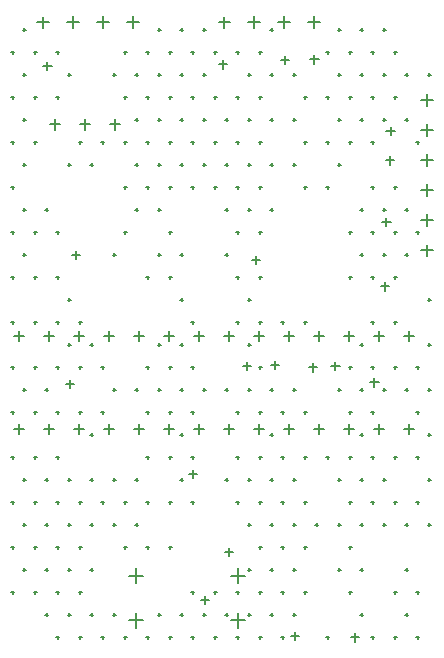
<source format=gbr>
G04*
G04 #@! TF.GenerationSoftware,Altium Limited,Altium Designer,25.3.3 (18)*
G04*
G04 Layer_Color=128*
%FSLAX25Y25*%
%MOIN*%
G70*
G04*
G04 #@! TF.SameCoordinates,2E22F27B-A00B-49EA-A22F-E70647FCC6C8*
G04*
G04*
G04 #@! TF.FilePolarity,Positive*
G04*
G01*
G75*
%ADD14C,0.00500*%
D14*
X331000Y274000D02*
X335000D01*
X333000Y272000D02*
Y276000D01*
X331000Y264000D02*
X335000D01*
X333000Y262000D02*
Y266000D01*
X331000Y254000D02*
X335000D01*
X333000Y252000D02*
Y256000D01*
X331000Y244000D02*
X335000D01*
X333000Y242000D02*
Y246000D01*
X331100Y234000D02*
X334900D01*
X333000Y232100D02*
Y235900D01*
X331000Y284000D02*
X335000D01*
X333000Y282000D02*
Y286000D01*
X325366Y205500D02*
X328634D01*
X327000Y203866D02*
Y207134D01*
X315366Y205500D02*
X318634D01*
X317000Y203866D02*
Y207134D01*
X305366Y205500D02*
X308634D01*
X307000Y203866D02*
Y207134D01*
X295366Y205500D02*
X298634D01*
X297000Y203866D02*
Y207134D01*
X285366Y205500D02*
X288634D01*
X287000Y203866D02*
Y207134D01*
X275366Y205500D02*
X278634D01*
X277000Y203866D02*
Y207134D01*
X265366Y205500D02*
X268634D01*
X267000Y203866D02*
Y207134D01*
X255366Y205500D02*
X258634D01*
X257000Y203866D02*
Y207134D01*
X245366Y205500D02*
X248634D01*
X247000Y203866D02*
Y207134D01*
X235366Y205500D02*
X238634D01*
X237000Y203866D02*
Y207134D01*
X225366Y205500D02*
X228634D01*
X227000Y203866D02*
Y207134D01*
X215366Y205500D02*
X218634D01*
X217000Y203866D02*
Y207134D01*
X205366Y205500D02*
X208634D01*
X207000Y203866D02*
Y207134D01*
X195366Y205500D02*
X198634D01*
X197000Y203866D02*
Y207134D01*
X195366Y174500D02*
X198634D01*
X197000Y172866D02*
Y176134D01*
X205366Y174500D02*
X208634D01*
X207000Y172866D02*
Y176134D01*
X215366Y174500D02*
X218634D01*
X217000Y172866D02*
Y176134D01*
X225366Y174500D02*
X228634D01*
X227000Y172866D02*
Y176134D01*
X235366Y174500D02*
X238634D01*
X237000Y172866D02*
Y176134D01*
X245366Y174500D02*
X248634D01*
X247000Y172866D02*
Y176134D01*
X255366Y174500D02*
X258634D01*
X257000Y172866D02*
Y176134D01*
X265366Y174500D02*
X268634D01*
X267000Y172866D02*
Y176134D01*
X275366Y174500D02*
X278634D01*
X277000Y172866D02*
Y176134D01*
X285366Y174500D02*
X288634D01*
X287000Y172866D02*
Y176134D01*
X295366Y174500D02*
X298634D01*
X297000Y172866D02*
Y176134D01*
X305366Y174500D02*
X308634D01*
X307000Y172866D02*
Y176134D01*
X315366Y174500D02*
X318634D01*
X317000Y172866D02*
Y176134D01*
X325366Y174500D02*
X328634D01*
X327000Y172866D02*
Y176134D01*
X207228Y276000D02*
X210772D01*
X209000Y274228D02*
Y277772D01*
X217228Y276000D02*
X220772D01*
X219000Y274228D02*
Y277772D01*
X227228Y276000D02*
X230772D01*
X229000Y274228D02*
Y277772D01*
X293500Y310000D02*
X297500D01*
X295500Y308000D02*
Y312000D01*
X283500Y310000D02*
X287500D01*
X285500Y308000D02*
Y312000D01*
X273500Y310000D02*
X277500D01*
X275500Y308000D02*
Y312000D01*
X263600Y310000D02*
X267400D01*
X265500Y308100D02*
Y311900D01*
X233000Y310000D02*
X237000D01*
X235000Y308000D02*
Y312000D01*
X223000Y310000D02*
X227000D01*
X225000Y308000D02*
Y312000D01*
X213000Y310000D02*
X217000D01*
X215000Y308000D02*
Y312000D01*
X203100Y310000D02*
X206900D01*
X205000Y308100D02*
Y311900D01*
X267646Y110653D02*
X272370D01*
X270008Y108291D02*
Y113016D01*
X233630Y110653D02*
X238354D01*
X235992Y108291D02*
Y113016D01*
X267646Y125614D02*
X272370D01*
X270008Y123252D02*
Y127976D01*
X233630Y125614D02*
X238354D01*
X235992Y123252D02*
Y127976D01*
X333250Y292500D02*
X334250D01*
X333750Y292000D02*
Y293000D01*
X329500Y270000D02*
X330500D01*
X330000Y269500D02*
Y270500D01*
X329500Y240000D02*
X330500D01*
X330000Y239500D02*
Y240500D01*
X333250Y217500D02*
X334250D01*
X333750Y217000D02*
Y218000D01*
X333250Y202500D02*
X334250D01*
X333750Y202000D02*
Y203000D01*
X329500Y195000D02*
X330500D01*
X330000Y194500D02*
Y195500D01*
X333250Y187500D02*
X334250D01*
X333750Y187000D02*
Y188000D01*
X329500Y180000D02*
X330500D01*
X330000Y179500D02*
Y180500D01*
X333250Y172500D02*
X334250D01*
X333750Y172000D02*
Y173000D01*
X329500Y165000D02*
X330500D01*
X330000Y164500D02*
Y165500D01*
X333250Y157500D02*
X334250D01*
X333750Y157000D02*
Y158000D01*
X329500Y150000D02*
X330500D01*
X330000Y149500D02*
Y150500D01*
X333250Y142500D02*
X334250D01*
X333750Y142000D02*
Y143000D01*
X329500Y120000D02*
X330500D01*
X330000Y119500D02*
Y120500D01*
X329500Y105000D02*
X330500D01*
X330000Y104500D02*
Y105500D01*
X322000Y300000D02*
X323000D01*
X322500Y299500D02*
Y300500D01*
X325750Y292500D02*
X326750D01*
X326250Y292000D02*
Y293000D01*
X322000Y285000D02*
X323000D01*
X322500Y284500D02*
Y285500D01*
X325750Y277500D02*
X326750D01*
X326250Y277000D02*
Y278000D01*
X322000Y255000D02*
X323000D01*
X322500Y254500D02*
Y255500D01*
X325750Y247500D02*
X326750D01*
X326250Y247000D02*
Y248000D01*
X322000Y240000D02*
X323000D01*
X322500Y239500D02*
Y240500D01*
X325750Y232500D02*
X326750D01*
X326250Y232000D02*
Y233000D01*
X322000Y225000D02*
X323000D01*
X322500Y224500D02*
Y225500D01*
X322000Y210000D02*
X323000D01*
X322500Y209500D02*
Y210500D01*
X322000Y195000D02*
X323000D01*
X322500Y194500D02*
Y195500D01*
X325750Y187500D02*
X326750D01*
X326250Y187000D02*
Y188000D01*
X322000Y165000D02*
X323000D01*
X322500Y164500D02*
Y165500D01*
X322000Y150000D02*
X323000D01*
X322500Y149500D02*
Y150500D01*
X325750Y142500D02*
X326750D01*
X326250Y142000D02*
Y143000D01*
X325750Y127500D02*
X326750D01*
X326250Y127000D02*
Y128000D01*
X322000Y120000D02*
X323000D01*
X322500Y119500D02*
Y120500D01*
X325750Y112500D02*
X326750D01*
X326250Y112000D02*
Y113000D01*
X322000Y105000D02*
X323000D01*
X322500Y104500D02*
Y105500D01*
X318250Y307500D02*
X319250D01*
X318750Y307000D02*
Y308000D01*
X314500Y300000D02*
X315500D01*
X315000Y299500D02*
Y300500D01*
X318250Y292500D02*
X319250D01*
X318750Y292000D02*
Y293000D01*
X314500Y285000D02*
X315500D01*
X315000Y284500D02*
Y285500D01*
X318250Y277500D02*
X319250D01*
X318750Y277000D02*
Y278000D01*
X314500Y270000D02*
X315500D01*
X315000Y269500D02*
Y270500D01*
X314500Y255000D02*
X315500D01*
X315000Y254500D02*
Y255500D01*
X318250Y247500D02*
X319250D01*
X318750Y247000D02*
Y248000D01*
X314500Y240000D02*
X315500D01*
X315000Y239500D02*
Y240500D01*
X318250Y232500D02*
X319250D01*
X318750Y232000D02*
Y233000D01*
X314500Y225000D02*
X315500D01*
X315000Y224500D02*
Y225500D01*
X314500Y210000D02*
X315500D01*
X315000Y209500D02*
Y210500D01*
X314500Y195000D02*
X315500D01*
X315000Y194500D02*
Y195500D01*
X318250Y187500D02*
X319250D01*
X318750Y187000D02*
Y188000D01*
X314500Y180000D02*
X315500D01*
X315000Y179500D02*
Y180500D01*
X314500Y165000D02*
X315500D01*
X315000Y164500D02*
Y165500D01*
X318250Y157500D02*
X319250D01*
X318750Y157000D02*
Y158000D01*
X314500Y150000D02*
X315500D01*
X315000Y149500D02*
Y150500D01*
X318250Y142500D02*
X319250D01*
X318750Y142000D02*
Y143000D01*
X314500Y105000D02*
X315500D01*
X315000Y104500D02*
Y105500D01*
X310750Y307500D02*
X311750D01*
X311250Y307000D02*
Y308000D01*
X307000Y300000D02*
X308000D01*
X307500Y299500D02*
Y300500D01*
X310750Y292500D02*
X311750D01*
X311250Y292000D02*
Y293000D01*
X307000Y285000D02*
X308000D01*
X307500Y284500D02*
Y285500D01*
X310750Y277500D02*
X311750D01*
X311250Y277000D02*
Y278000D01*
X307000Y270000D02*
X308000D01*
X307500Y269500D02*
Y270500D01*
X310750Y247500D02*
X311750D01*
X311250Y247000D02*
Y248000D01*
X307000Y240000D02*
X308000D01*
X307500Y239500D02*
Y240500D01*
X310750Y232500D02*
X311750D01*
X311250Y232000D02*
Y233000D01*
X307000Y225000D02*
X308000D01*
X307500Y224500D02*
Y225500D01*
X310750Y202500D02*
X311750D01*
X311250Y202000D02*
Y203000D01*
X307000Y195000D02*
X308000D01*
X307500Y194500D02*
Y195500D01*
X310750Y187500D02*
X311750D01*
X311250Y187000D02*
Y188000D01*
X307000Y180000D02*
X308000D01*
X307500Y179500D02*
Y180500D01*
X310750Y172500D02*
X311750D01*
X311250Y172000D02*
Y173000D01*
X307000Y165000D02*
X308000D01*
X307500Y164500D02*
Y165500D01*
X310750Y157500D02*
X311750D01*
X311250Y157000D02*
Y158000D01*
X307000Y150000D02*
X308000D01*
X307500Y149500D02*
Y150500D01*
X310750Y142500D02*
X311750D01*
X311250Y142000D02*
Y143000D01*
X307000Y135000D02*
X308000D01*
X307500Y134500D02*
Y135500D01*
X310750Y127500D02*
X311750D01*
X311250Y127000D02*
Y128000D01*
X307000Y120000D02*
X308000D01*
X307500Y119500D02*
Y120500D01*
X310750Y112500D02*
X311750D01*
X311250Y112000D02*
Y113000D01*
X303250Y307500D02*
X304250D01*
X303750Y307000D02*
Y308000D01*
X299500Y300000D02*
X300500D01*
X300000Y299500D02*
Y300500D01*
X303250Y292500D02*
X304250D01*
X303750Y292000D02*
Y293000D01*
X299500Y285000D02*
X300500D01*
X300000Y284500D02*
Y285500D01*
X303250Y277500D02*
X304250D01*
X303750Y277000D02*
Y278000D01*
X299500Y270000D02*
X300500D01*
X300000Y269500D02*
Y270500D01*
X303250Y262500D02*
X304250D01*
X303750Y262000D02*
Y263000D01*
X299500Y255000D02*
X300500D01*
X300000Y254500D02*
Y255500D01*
X303250Y187500D02*
X304250D01*
X303750Y187000D02*
Y188000D01*
X299500Y165000D02*
X300500D01*
X300000Y164500D02*
Y165500D01*
X303250Y157500D02*
X304250D01*
X303750Y157000D02*
Y158000D01*
X303250Y142500D02*
X304250D01*
X303750Y142000D02*
Y143000D01*
X303250Y127500D02*
X304250D01*
X303750Y127000D02*
Y128000D01*
X299500Y105000D02*
X300500D01*
X300000Y104500D02*
Y105500D01*
X292000Y285000D02*
X293000D01*
X292500Y284500D02*
Y285500D01*
X292000Y270000D02*
X293000D01*
X292500Y269500D02*
Y270500D01*
X292000Y255000D02*
X293000D01*
X292500Y254500D02*
Y255500D01*
X292000Y210000D02*
X293000D01*
X292500Y209500D02*
Y210500D01*
X292000Y180000D02*
X293000D01*
X292500Y179500D02*
Y180500D01*
X292000Y165000D02*
X293000D01*
X292500Y164500D02*
Y165500D01*
X292000Y150000D02*
X293000D01*
X292500Y149500D02*
Y150500D01*
X295750Y142500D02*
X296750D01*
X296250Y142000D02*
Y143000D01*
X292000Y135000D02*
X293000D01*
X292500Y134500D02*
Y135500D01*
X292000Y120000D02*
X293000D01*
X292500Y119500D02*
Y120500D01*
X288250Y292500D02*
X289250D01*
X288750Y292000D02*
Y293000D01*
X288250Y277500D02*
X289250D01*
X288750Y277000D02*
Y278000D01*
X288250Y262500D02*
X289250D01*
X288750Y262000D02*
Y263000D01*
X284500Y210000D02*
X285500D01*
X285000Y209500D02*
Y210500D01*
X288250Y187500D02*
X289250D01*
X288750Y187000D02*
Y188000D01*
X284500Y180000D02*
X285500D01*
X285000Y179500D02*
Y180500D01*
X284500Y165000D02*
X285500D01*
X285000Y164500D02*
Y165500D01*
X288250Y157500D02*
X289250D01*
X288750Y157000D02*
Y158000D01*
X284500Y150000D02*
X285500D01*
X285000Y149500D02*
Y150500D01*
X288250Y142500D02*
X289250D01*
X288750Y142000D02*
Y143000D01*
X284500Y135000D02*
X285500D01*
X285000Y134500D02*
Y135500D01*
X288250Y127500D02*
X289250D01*
X288750Y127000D02*
Y128000D01*
X284500Y120000D02*
X285500D01*
X285000Y119500D02*
Y120500D01*
X288250Y112500D02*
X289250D01*
X288750Y112000D02*
Y113000D01*
X284500Y105000D02*
X285500D01*
X285000Y104500D02*
Y105500D01*
X280750Y307500D02*
X281750D01*
X281250Y307000D02*
Y308000D01*
X277000Y300000D02*
X278000D01*
X277500Y299500D02*
Y300500D01*
X280750Y292500D02*
X281750D01*
X281250Y292000D02*
Y293000D01*
X277000Y285000D02*
X278000D01*
X277500Y284500D02*
Y285500D01*
X280750Y277500D02*
X281750D01*
X281250Y277000D02*
Y278000D01*
X277000Y270000D02*
X278000D01*
X277500Y269500D02*
Y270500D01*
X280750Y262500D02*
X281750D01*
X281250Y262000D02*
Y263000D01*
X277000Y255000D02*
X278000D01*
X277500Y254500D02*
Y255500D01*
X280750Y247500D02*
X281750D01*
X281250Y247000D02*
Y248000D01*
X277000Y240000D02*
X278000D01*
X277500Y239500D02*
Y240500D01*
X277000Y225000D02*
X278000D01*
X277500Y224500D02*
Y225500D01*
X277000Y210000D02*
X278000D01*
X277500Y209500D02*
Y210500D01*
X277000Y195000D02*
X278000D01*
X277500Y194500D02*
Y195500D01*
X280750Y187500D02*
X281750D01*
X281250Y187000D02*
Y188000D01*
X277000Y180000D02*
X278000D01*
X277500Y179500D02*
Y180500D01*
X280750Y172500D02*
X281750D01*
X281250Y172000D02*
Y173000D01*
X277000Y165000D02*
X278000D01*
X277500Y164500D02*
Y165500D01*
X280750Y157500D02*
X281750D01*
X281250Y157000D02*
Y158000D01*
X277000Y150000D02*
X278000D01*
X277500Y149500D02*
Y150500D01*
X280750Y142500D02*
X281750D01*
X281250Y142000D02*
Y143000D01*
X277000Y135000D02*
X278000D01*
X277500Y134500D02*
Y135500D01*
X280750Y127500D02*
X281750D01*
X281250Y127000D02*
Y128000D01*
X277000Y120000D02*
X278000D01*
X277500Y119500D02*
Y120500D01*
X280750Y112500D02*
X281750D01*
X281250Y112000D02*
Y113000D01*
X277000Y105000D02*
X278000D01*
X277500Y104500D02*
Y105500D01*
X269500Y300000D02*
X270500D01*
X270000Y299500D02*
Y300500D01*
X273250Y292500D02*
X274250D01*
X273750Y292000D02*
Y293000D01*
X269500Y285000D02*
X270500D01*
X270000Y284500D02*
Y285500D01*
X273250Y277500D02*
X274250D01*
X273750Y277000D02*
Y278000D01*
X269500Y270000D02*
X270500D01*
X270000Y269500D02*
Y270500D01*
X273250Y262500D02*
X274250D01*
X273750Y262000D02*
Y263000D01*
X269500Y255000D02*
X270500D01*
X270000Y254500D02*
Y255500D01*
X273250Y247500D02*
X274250D01*
X273750Y247000D02*
Y248000D01*
X269500Y240000D02*
X270500D01*
X270000Y239500D02*
Y240500D01*
X269500Y225000D02*
X270500D01*
X270000Y224500D02*
Y225500D01*
X273250Y217500D02*
X274250D01*
X273750Y217000D02*
Y218000D01*
X269500Y210000D02*
X270500D01*
X270000Y209500D02*
Y210500D01*
X273250Y202500D02*
X274250D01*
X273750Y202000D02*
Y203000D01*
X273250Y187500D02*
X274250D01*
X273750Y187000D02*
Y188000D01*
X269500Y180000D02*
X270500D01*
X270000Y179500D02*
Y180500D01*
X269500Y165000D02*
X270500D01*
X270000Y164500D02*
Y165500D01*
X273250Y157500D02*
X274250D01*
X273750Y157000D02*
Y158000D01*
X269500Y150000D02*
X270500D01*
X270000Y149500D02*
Y150500D01*
X273250Y142500D02*
X274250D01*
X273750Y142000D02*
Y143000D01*
X273250Y127500D02*
X274250D01*
X273750Y127000D02*
Y128000D01*
X269500Y120000D02*
X270500D01*
X270000Y119500D02*
Y120500D01*
X273250Y112500D02*
X274250D01*
X273750Y112000D02*
Y113000D01*
X269500Y105000D02*
X270500D01*
X270000Y104500D02*
Y105500D01*
X262000Y300000D02*
X263000D01*
X262500Y299500D02*
Y300500D01*
X262000Y285000D02*
X263000D01*
X262500Y284500D02*
Y285500D01*
X265750Y277500D02*
X266750D01*
X266250Y277000D02*
Y278000D01*
X262000Y270000D02*
X263000D01*
X262500Y269500D02*
Y270500D01*
X265750Y262500D02*
X266750D01*
X266250Y262000D02*
Y263000D01*
X262000Y255000D02*
X263000D01*
X262500Y254500D02*
Y255500D01*
X265750Y247500D02*
X266750D01*
X266250Y247000D02*
Y248000D01*
X265750Y232500D02*
X266750D01*
X266250Y232000D02*
Y233000D01*
X265750Y187500D02*
X266750D01*
X266250Y187000D02*
Y188000D01*
X265750Y157500D02*
X266750D01*
X266250Y157000D02*
Y158000D01*
X262000Y120000D02*
X263000D01*
X262500Y119500D02*
Y120500D01*
X265750Y112500D02*
X266750D01*
X266250Y112000D02*
Y113000D01*
X262000Y105000D02*
X263000D01*
X262500Y104500D02*
Y105500D01*
X258250Y307500D02*
X259250D01*
X258750Y307000D02*
Y308000D01*
X254500Y300000D02*
X255500D01*
X255000Y299500D02*
Y300500D01*
X258250Y292500D02*
X259250D01*
X258750Y292000D02*
Y293000D01*
X254500Y285000D02*
X255500D01*
X255000Y284500D02*
Y285500D01*
X258250Y277500D02*
X259250D01*
X258750Y277000D02*
Y278000D01*
X254500Y270000D02*
X255500D01*
X255000Y269500D02*
Y270500D01*
X258250Y262500D02*
X259250D01*
X258750Y262000D02*
Y263000D01*
X254500Y255000D02*
X255500D01*
X255000Y254500D02*
Y255500D01*
X254500Y210000D02*
X255500D01*
X255000Y209500D02*
Y210500D01*
X254500Y195000D02*
X255500D01*
X255000Y194500D02*
Y195500D01*
X258250Y187500D02*
X259250D01*
X258750Y187000D02*
Y188000D01*
X254500Y180000D02*
X255500D01*
X255000Y179500D02*
Y180500D01*
X254500Y165000D02*
X255500D01*
X255000Y164500D02*
Y165500D01*
X254500Y150000D02*
X255500D01*
X255000Y149500D02*
Y150500D01*
X254500Y120000D02*
X255500D01*
X255000Y119500D02*
Y120500D01*
X258250Y112500D02*
X259250D01*
X258750Y112000D02*
Y113000D01*
X254500Y105000D02*
X255500D01*
X255000Y104500D02*
Y105500D01*
X250750Y307500D02*
X251750D01*
X251250Y307000D02*
Y308000D01*
X247000Y300000D02*
X248000D01*
X247500Y299500D02*
Y300500D01*
X250750Y292500D02*
X251750D01*
X251250Y292000D02*
Y293000D01*
X247000Y285000D02*
X248000D01*
X247500Y284500D02*
Y285500D01*
X250750Y277500D02*
X251750D01*
X251250Y277000D02*
Y278000D01*
X247000Y270000D02*
X248000D01*
X247500Y269500D02*
Y270500D01*
X250750Y262500D02*
X251750D01*
X251250Y262000D02*
Y263000D01*
X247000Y255000D02*
X248000D01*
X247500Y254500D02*
Y255500D01*
X247000Y240000D02*
X248000D01*
X247500Y239500D02*
Y240500D01*
X250750Y232500D02*
X251750D01*
X251250Y232000D02*
Y233000D01*
X247000Y225000D02*
X248000D01*
X247500Y224500D02*
Y225500D01*
X250750Y217500D02*
X251750D01*
X251250Y217000D02*
Y218000D01*
X250750Y202500D02*
X251750D01*
X251250Y202000D02*
Y203000D01*
X247000Y195000D02*
X248000D01*
X247500Y194500D02*
Y195500D01*
X250750Y187500D02*
X251750D01*
X251250Y187000D02*
Y188000D01*
X247000Y180000D02*
X248000D01*
X247500Y179500D02*
Y180500D01*
X250750Y172500D02*
X251750D01*
X251250Y172000D02*
Y173000D01*
X247000Y165000D02*
X248000D01*
X247500Y164500D02*
Y165500D01*
X250750Y157500D02*
X251750D01*
X251250Y157000D02*
Y158000D01*
X247000Y150000D02*
X248000D01*
X247500Y149500D02*
Y150500D01*
X247000Y135000D02*
X248000D01*
X247500Y134500D02*
Y135500D01*
X250750Y112500D02*
X251750D01*
X251250Y112000D02*
Y113000D01*
X247000Y105000D02*
X248000D01*
X247500Y104500D02*
Y105500D01*
X243250Y307500D02*
X244250D01*
X243750Y307000D02*
Y308000D01*
X239500Y300000D02*
X240500D01*
X240000Y299500D02*
Y300500D01*
X243250Y292500D02*
X244250D01*
X243750Y292000D02*
Y293000D01*
X239500Y285000D02*
X240500D01*
X240000Y284500D02*
Y285500D01*
X243250Y277500D02*
X244250D01*
X243750Y277000D02*
Y278000D01*
X239500Y270000D02*
X240500D01*
X240000Y269500D02*
Y270500D01*
X243250Y262500D02*
X244250D01*
X243750Y262000D02*
Y263000D01*
X239500Y255000D02*
X240500D01*
X240000Y254500D02*
Y255500D01*
X243250Y247500D02*
X244250D01*
X243750Y247000D02*
Y248000D01*
X243250Y232500D02*
X244250D01*
X243750Y232000D02*
Y233000D01*
X239500Y225000D02*
X240500D01*
X240000Y224500D02*
Y225500D01*
X243250Y202500D02*
X244250D01*
X243750Y202000D02*
Y203000D01*
X239500Y195000D02*
X240500D01*
X240000Y194500D02*
Y195500D01*
X243250Y187500D02*
X244250D01*
X243750Y187000D02*
Y188000D01*
X239500Y180000D02*
X240500D01*
X240000Y179500D02*
Y180500D01*
X239500Y165000D02*
X240500D01*
X240000Y164500D02*
Y165500D01*
X239500Y150000D02*
X240500D01*
X240000Y149500D02*
Y150500D01*
X239500Y135000D02*
X240500D01*
X240000Y134500D02*
Y135500D01*
X243250Y112500D02*
X244250D01*
X243750Y112000D02*
Y113000D01*
X239500Y105000D02*
X240500D01*
X240000Y104500D02*
Y105500D01*
X232000Y300000D02*
X233000D01*
X232500Y299500D02*
Y300500D01*
X235750Y292500D02*
X236750D01*
X236250Y292000D02*
Y293000D01*
X232000Y285000D02*
X233000D01*
X232500Y284500D02*
Y285500D01*
X235750Y277500D02*
X236750D01*
X236250Y277000D02*
Y278000D01*
X232000Y270000D02*
X233000D01*
X232500Y269500D02*
Y270500D01*
X235750Y262500D02*
X236750D01*
X236250Y262000D02*
Y263000D01*
X232000Y255000D02*
X233000D01*
X232500Y254500D02*
Y255500D01*
X235750Y247500D02*
X236750D01*
X236250Y247000D02*
Y248000D01*
X232000Y240000D02*
X233000D01*
X232500Y239500D02*
Y240500D01*
X235750Y187500D02*
X236750D01*
X236250Y187000D02*
Y188000D01*
X235750Y157500D02*
X236750D01*
X236250Y157000D02*
Y158000D01*
X232000Y150000D02*
X233000D01*
X232500Y149500D02*
Y150500D01*
X235750Y142500D02*
X236750D01*
X236250Y142000D02*
Y143000D01*
X232000Y135000D02*
X233000D01*
X232500Y134500D02*
Y135500D01*
X232000Y105000D02*
X233000D01*
X232500Y104500D02*
Y105500D01*
X228250Y292500D02*
X229250D01*
X228750Y292000D02*
Y293000D01*
X224500Y270000D02*
X225500D01*
X225000Y269500D02*
Y270500D01*
X228250Y232500D02*
X229250D01*
X228750Y232000D02*
Y233000D01*
X224500Y195000D02*
X225500D01*
X225000Y194500D02*
Y195500D01*
X228250Y187500D02*
X229250D01*
X228750Y187000D02*
Y188000D01*
X224500Y180000D02*
X225500D01*
X225000Y179500D02*
Y180500D01*
X228250Y157500D02*
X229250D01*
X228750Y157000D02*
Y158000D01*
X224500Y150000D02*
X225500D01*
X225000Y149500D02*
Y150500D01*
X228250Y142500D02*
X229250D01*
X228750Y142000D02*
Y143000D01*
X228250Y112500D02*
X229250D01*
X228750Y112000D02*
Y113000D01*
X224500Y105000D02*
X225500D01*
X225000Y104500D02*
Y105500D01*
X217000Y270000D02*
X218000D01*
X217500Y269500D02*
Y270500D01*
X220750Y262500D02*
X221750D01*
X221250Y262000D02*
Y263000D01*
X217000Y210000D02*
X218000D01*
X217500Y209500D02*
Y210500D01*
X220750Y202500D02*
X221750D01*
X221250Y202000D02*
Y203000D01*
X217000Y195000D02*
X218000D01*
X217500Y194500D02*
Y195500D01*
X217000Y180000D02*
X218000D01*
X217500Y179500D02*
Y180500D01*
X220750Y172500D02*
X221750D01*
X221250Y172000D02*
Y173000D01*
X220750Y157500D02*
X221750D01*
X221250Y157000D02*
Y158000D01*
X217000Y150000D02*
X218000D01*
X217500Y149500D02*
Y150500D01*
X220750Y142500D02*
X221750D01*
X221250Y142000D02*
Y143000D01*
X217000Y135000D02*
X218000D01*
X217500Y134500D02*
Y135500D01*
X220750Y127500D02*
X221750D01*
X221250Y127000D02*
Y128000D01*
X217000Y120000D02*
X218000D01*
X217500Y119500D02*
Y120500D01*
X220750Y112500D02*
X221750D01*
X221250Y112000D02*
Y113000D01*
X217000Y105000D02*
X218000D01*
X217500Y104500D02*
Y105500D01*
X209500Y300000D02*
X210500D01*
X210000Y299500D02*
Y300500D01*
X213250Y292500D02*
X214250D01*
X213750Y292000D02*
Y293000D01*
X209500Y285000D02*
X210500D01*
X210000Y284500D02*
Y285500D01*
X213250Y262500D02*
X214250D01*
X213750Y262000D02*
Y263000D01*
X209500Y240000D02*
X210500D01*
X210000Y239500D02*
Y240500D01*
X209500Y225000D02*
X210500D01*
X210000Y224500D02*
Y225500D01*
X213250Y217500D02*
X214250D01*
X213750Y217000D02*
Y218000D01*
X209500Y210000D02*
X210500D01*
X210000Y209500D02*
Y210500D01*
X213250Y202500D02*
X214250D01*
X213750Y202000D02*
Y203000D01*
X209500Y195000D02*
X210500D01*
X210000Y194500D02*
Y195500D01*
X209500Y180000D02*
X210500D01*
X210000Y179500D02*
Y180500D01*
X209500Y165000D02*
X210500D01*
X210000Y164500D02*
Y165500D01*
X213250Y157500D02*
X214250D01*
X213750Y157000D02*
Y158000D01*
X209500Y150000D02*
X210500D01*
X210000Y149500D02*
Y150500D01*
X213250Y142500D02*
X214250D01*
X213750Y142000D02*
Y143000D01*
X209500Y135000D02*
X210500D01*
X210000Y134500D02*
Y135500D01*
X213250Y127500D02*
X214250D01*
X213750Y127000D02*
Y128000D01*
X209500Y120000D02*
X210500D01*
X210000Y119500D02*
Y120500D01*
X213250Y112500D02*
X214250D01*
X213750Y112000D02*
Y113000D01*
X209500Y105000D02*
X210500D01*
X210000Y104500D02*
Y105500D01*
X202000Y300000D02*
X203000D01*
X202500Y299500D02*
Y300500D01*
X202000Y285000D02*
X203000D01*
X202500Y284500D02*
Y285500D01*
X202000Y270000D02*
X203000D01*
X202500Y269500D02*
Y270500D01*
X205750Y247500D02*
X206750D01*
X206250Y247000D02*
Y248000D01*
X202000Y240000D02*
X203000D01*
X202500Y239500D02*
Y240500D01*
X202000Y225000D02*
X203000D01*
X202500Y224500D02*
Y225500D01*
X202000Y210000D02*
X203000D01*
X202500Y209500D02*
Y210500D01*
X202000Y195000D02*
X203000D01*
X202500Y194500D02*
Y195500D01*
X205750Y187500D02*
X206750D01*
X206250Y187000D02*
Y188000D01*
X202000Y180000D02*
X203000D01*
X202500Y179500D02*
Y180500D01*
X202000Y165000D02*
X203000D01*
X202500Y164500D02*
Y165500D01*
X205750Y157500D02*
X206750D01*
X206250Y157000D02*
Y158000D01*
X202000Y150000D02*
X203000D01*
X202500Y149500D02*
Y150500D01*
X205750Y142500D02*
X206750D01*
X206250Y142000D02*
Y143000D01*
X202000Y135000D02*
X203000D01*
X202500Y134500D02*
Y135500D01*
X205750Y127500D02*
X206750D01*
X206250Y127000D02*
Y128000D01*
X202000Y120000D02*
X203000D01*
X202500Y119500D02*
Y120500D01*
X205750Y112500D02*
X206750D01*
X206250Y112000D02*
Y113000D01*
X198250Y307500D02*
X199250D01*
X198750Y307000D02*
Y308000D01*
X194500Y300000D02*
X195500D01*
X195000Y299500D02*
Y300500D01*
X198250Y292500D02*
X199250D01*
X198750Y292000D02*
Y293000D01*
X194500Y285000D02*
X195500D01*
X195000Y284500D02*
Y285500D01*
X198250Y277500D02*
X199250D01*
X198750Y277000D02*
Y278000D01*
X194500Y270000D02*
X195500D01*
X195000Y269500D02*
Y270500D01*
X198250Y262500D02*
X199250D01*
X198750Y262000D02*
Y263000D01*
X194500Y255000D02*
X195500D01*
X195000Y254500D02*
Y255500D01*
X198250Y247500D02*
X199250D01*
X198750Y247000D02*
Y248000D01*
X194500Y240000D02*
X195500D01*
X195000Y239500D02*
Y240500D01*
X198250Y232500D02*
X199250D01*
X198750Y232000D02*
Y233000D01*
X194500Y225000D02*
X195500D01*
X195000Y224500D02*
Y225500D01*
X194500Y210000D02*
X195500D01*
X195000Y209500D02*
Y210500D01*
X194500Y195000D02*
X195500D01*
X195000Y194500D02*
Y195500D01*
X198250Y187500D02*
X199250D01*
X198750Y187000D02*
Y188000D01*
X194500Y180000D02*
X195500D01*
X195000Y179500D02*
Y180500D01*
X194500Y165000D02*
X195500D01*
X195000Y164500D02*
Y165500D01*
X198250Y157500D02*
X199250D01*
X198750Y157000D02*
Y158000D01*
X194500Y150000D02*
X195500D01*
X195000Y149500D02*
Y150500D01*
X198250Y142500D02*
X199250D01*
X198750Y142000D02*
Y143000D01*
X194500Y135000D02*
X195500D01*
X195000Y134500D02*
Y135500D01*
X198250Y127500D02*
X199250D01*
X198750Y127000D02*
Y128000D01*
X194500Y120000D02*
X195500D01*
X195000Y119500D02*
Y120500D01*
X293600Y195000D02*
X296400D01*
X295000Y193600D02*
Y196400D01*
X319549Y273828D02*
X322349D01*
X320949Y272428D02*
Y275228D01*
X301100Y195500D02*
X303900D01*
X302500Y194100D02*
Y196900D01*
X319353Y263968D02*
X322153D01*
X320753Y262568D02*
Y265368D01*
X318100Y243500D02*
X320900D01*
X319500Y242100D02*
Y244900D01*
X317600Y222000D02*
X320400D01*
X319000Y220600D02*
Y223400D01*
X212600Y189500D02*
X215400D01*
X214000Y188100D02*
Y190900D01*
X314100Y190000D02*
X316900D01*
X315500Y188600D02*
Y191400D01*
X271600Y195500D02*
X274400D01*
X273000Y194100D02*
Y196900D01*
X294139Y297625D02*
X296938D01*
X295538Y296225D02*
Y299025D01*
X280949Y195701D02*
X283749D01*
X282349Y194301D02*
Y197101D01*
X284269Y297535D02*
X287069D01*
X285669Y296135D02*
Y298935D01*
X263600Y296000D02*
X266400D01*
X265000Y294600D02*
Y297400D01*
X214600Y232500D02*
X217400D01*
X216000Y231100D02*
Y233900D01*
X205100Y295500D02*
X207900D01*
X206500Y294100D02*
Y296900D01*
X274736Y230731D02*
X277536D01*
X276136Y229331D02*
Y232131D01*
X265600Y133500D02*
X268400D01*
X267000Y132100D02*
Y134900D01*
X253600Y159500D02*
X256400D01*
X255000Y158100D02*
Y160900D01*
X287600Y105500D02*
X290400D01*
X289000Y104100D02*
Y106900D01*
X307600Y105000D02*
X310400D01*
X309000Y103600D02*
Y106400D01*
X257600Y117500D02*
X260400D01*
X259000Y116100D02*
Y118900D01*
M02*

</source>
